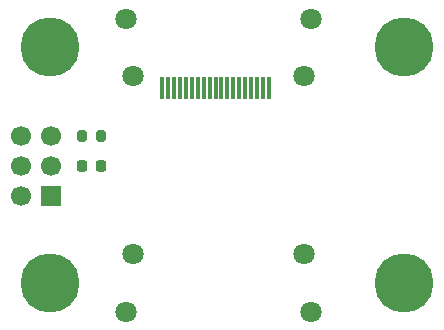
<source format=gbr>
%TF.GenerationSoftware,KiCad,Pcbnew,9.0.6*%
%TF.CreationDate,2025-12-18T20:09:52-08:00*%
%TF.ProjectId,hdmi,68646d69-2e6b-4696-9361-645f70636258,rev?*%
%TF.SameCoordinates,Original*%
%TF.FileFunction,Soldermask,Top*%
%TF.FilePolarity,Negative*%
%FSLAX46Y46*%
G04 Gerber Fmt 4.6, Leading zero omitted, Abs format (unit mm)*
G04 Created by KiCad (PCBNEW 9.0.6) date 2025-12-18 20:09:52*
%MOMM*%
%LPD*%
G01*
G04 APERTURE LIST*
G04 Aperture macros list*
%AMRoundRect*
0 Rectangle with rounded corners*
0 $1 Rounding radius*
0 $2 $3 $4 $5 $6 $7 $8 $9 X,Y pos of 4 corners*
0 Add a 4 corners polygon primitive as box body*
4,1,4,$2,$3,$4,$5,$6,$7,$8,$9,$2,$3,0*
0 Add four circle primitives for the rounded corners*
1,1,$1+$1,$2,$3*
1,1,$1+$1,$4,$5*
1,1,$1+$1,$6,$7*
1,1,$1+$1,$8,$9*
0 Add four rect primitives between the rounded corners*
20,1,$1+$1,$2,$3,$4,$5,0*
20,1,$1+$1,$4,$5,$6,$7,0*
20,1,$1+$1,$6,$7,$8,$9,0*
20,1,$1+$1,$8,$9,$2,$3,0*%
G04 Aperture macros list end*
%ADD10C,5.000000*%
%ADD11RoundRect,0.200000X-0.200000X-0.275000X0.200000X-0.275000X0.200000X0.275000X-0.200000X0.275000X0*%
%ADD12R,0.300000X1.900000*%
%ADD13C,1.800000*%
%ADD14RoundRect,0.218750X-0.218750X-0.256250X0.218750X-0.256250X0.218750X0.256250X-0.218750X0.256250X0*%
%ADD15R,1.700000X1.700000*%
%ADD16C,1.700000*%
G04 APERTURE END LIST*
D10*
%TO.C,H2*%
X150000000Y-80000000D03*
%TD*%
D11*
%TO.C,R1*%
X122675000Y-87500000D03*
X124325000Y-87500000D03*
%TD*%
D10*
%TO.C,H4*%
X150000000Y-100000000D03*
%TD*%
%TO.C,H1*%
X120000000Y-80000000D03*
%TD*%
D12*
%TO.C,J1*%
X129500000Y-83500000D03*
X130000000Y-83500000D03*
X130500000Y-83500000D03*
X131000000Y-83500000D03*
X131500000Y-83500000D03*
X132000000Y-83500000D03*
X132500000Y-83500000D03*
X133000000Y-83500000D03*
X133500000Y-83500000D03*
X134000000Y-83500000D03*
X134500000Y-83500000D03*
X135000000Y-83500000D03*
X135500000Y-83500000D03*
X136000000Y-83500000D03*
X136500000Y-83500000D03*
X137000000Y-83500000D03*
X137500000Y-83500000D03*
X138000000Y-83500000D03*
X138500000Y-83500000D03*
D13*
X142100000Y-77600000D03*
X141500000Y-82500000D03*
X127000000Y-82500000D03*
X126400000Y-77600000D03*
%TD*%
D10*
%TO.C,H3*%
X120000000Y-100000000D03*
%TD*%
D14*
%TO.C,D1*%
X122732500Y-90040000D03*
X124307500Y-90040000D03*
%TD*%
D15*
%TO.C,J3*%
X120040000Y-92580000D03*
D16*
X117500000Y-92580000D03*
X120040000Y-90040000D03*
X117500000Y-90040000D03*
X120040000Y-87500000D03*
X117500000Y-87500000D03*
%TD*%
D13*
%TO.C,J2*%
X142100000Y-102400000D03*
X141500000Y-97500000D03*
X127000000Y-97500000D03*
X126400000Y-102400000D03*
%TD*%
M02*

</source>
